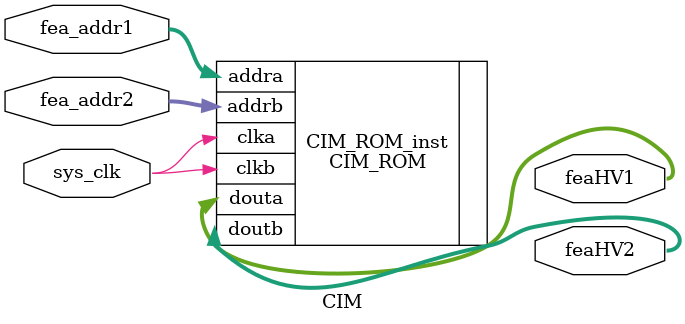
<source format=sv>
`timescale 100ps/100ps
module CIM
#(
    parameter Dpl = 16'd8
)
(
    input wire       sys_clk,
    input wire [4:0] fea_addr1,
    input wire [4:0] fea_addr2,

    output wire [Dpl-1:0] feaHV1,
    output wire [Dpl-1:0] feaHV2
);

CIM_ROM CIM_ROM_inst
(
    .clka(sys_clk),
    .addra(fea_addr1),
    .douta(feaHV1),
    .clkb(sys_clk),  
    .addrb(fea_addr2),
    .doutb(feaHV2)
);
    
endmodule
</source>
